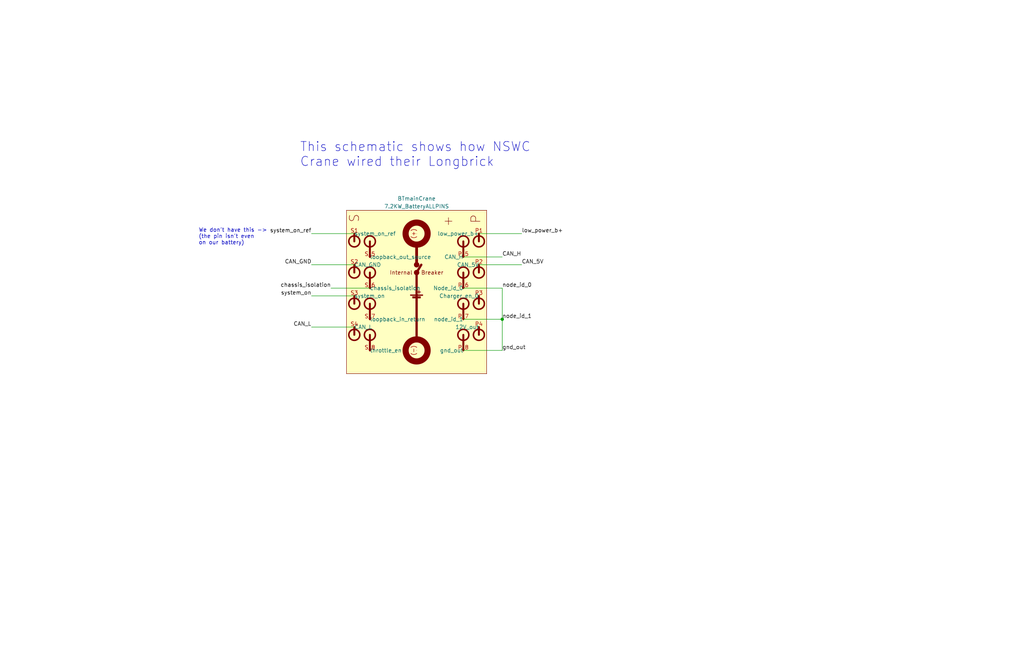
<source format=kicad_sch>
(kicad_sch (version 20211123) (generator eeschema)
  (paper "User" 334.01 216.002)
  (title_block (date "2023-05-03"))
  (lib_symbols
    (symbol "CamachosSymbols:7.2KW_BatteryALLPINS" (pin_names (offset 0.002))
      (property "Reference" "BT?" (at -2.54 27.94 0))
      (property "Value" "7.2KW_BatteryALLPINS" (at -10.16 30.48 0))
      (symbol "7.2KW_BatteryALLPINS_0_0"
        (text "+" (at 10.16 21.844 900) (effects (font (size 3 3))))
        (text "Internal   Breaker" (at 0 5.08 0) (effects (font (size 1.27 1.27))))
        (text "P" (at 19.304 22.606 900) (effects (font (size 3 3))))
        (text "S" (at -20.32 22.86 900) (effects (font (size 3 3))))
      )
      (symbol "7.2KW_BatteryALLPINS_0_1"
        (circle (center -20.32 -15.24) (radius 1.7961) (stroke (width 0.5)) (fill (type background)))
        (circle (center -20.32 -5.08) (radius 1.7961) (stroke (width 0.5)) (fill (type background)))
        (circle (center -20.32 5.08) (radius 1.7961) (stroke (width 0.5)) (fill (type background)))
        (circle (center -20.32 15.24) (radius 1.7961) (stroke (width 0.5)) (fill (type background)))
        (circle (center -15.24 -15.24) (radius 1.7961) (stroke (width 0.5)) (fill (type background)))
        (circle (center -15.24 -5.08) (radius 1.7961) (stroke (width 0.5)) (fill (type background)))
        (circle (center -15.24 5.08) (radius 1.7961) (stroke (width 0.5)) (fill (type background)))
        (circle (center -15.24 15.24) (radius 1.7961) (stroke (width 0.5)) (fill (type background)))
        (rectangle (start -2.032 -2.159) (end 2.032 -2.413) (fill (type outline)))
        (rectangle (start -1.3208 -2.7432) (end 1.27 -3.2512) (fill (type outline)))
        (circle (center 0 -20.32) (radius 3.5921) (stroke (width 2)) (fill (type background)))
        (polyline (pts (xy -20.32 -12.7) (xy -20.32 -15.24)) (stroke (width 0.635)))
        (polyline (pts (xy -20.32 -2.54) (xy -20.32 -5.08)) (stroke (width 0.635)))
        (polyline (pts (xy -20.32 7.62) (xy -20.32 5.08)) (stroke (width 0.635)))
        (polyline (pts (xy -20.32 17.78) (xy -20.32 15.24)) (stroke (width 0.635)))
        (polyline (pts (xy -15.24 -15.24) (xy -15.24 -20.32)) (stroke (width 0.635)))
        (polyline (pts (xy -15.24 -5.08) (xy -15.24 -10.16)) (stroke (width 0.635)))
        (polyline (pts (xy -15.24 5.08) (xy -15.24 0)) (stroke (width 0.635)))
        (polyline (pts (xy -15.24 15.24) (xy -15.24 10.16)) (stroke (width 0.635)))
        (polyline (pts (xy 0 -17.272) (xy 0 5.08)) (stroke (width 0.75)))
        (polyline (pts (xy 0 2.921) (xy 0 3.683)))
        (polyline (pts (xy 0 5.08) (xy 1.524 7.62)) (stroke (width 0.75)))
        (polyline (pts (xy 0 7.62) (xy 0 13.97)) (stroke (width 0.9024)))
        (polyline (pts (xy 0.254 -1.27) (xy 1.27 -1.27)) (stroke (width 0.254)))
        (polyline (pts (xy 0.762 -0.762) (xy 0.762 -1.778)) (stroke (width 0.254)))
        (polyline (pts (xy 15.24 -15.24) (xy 15.24 -20.32)) (stroke (width 0.635)))
        (polyline (pts (xy 15.24 -5.08) (xy 15.24 -10.16)) (stroke (width 0.635)))
        (polyline (pts (xy 15.24 5.08) (xy 15.24 0)) (stroke (width 0.635)))
        (polyline (pts (xy 15.24 15.24) (xy 15.24 10.16)) (stroke (width 0.635)))
        (polyline (pts (xy 20.32 -12.7) (xy 20.32 -15.24)) (stroke (width 0.635)))
        (polyline (pts (xy 20.32 -2.54) (xy 20.32 -5.08)) (stroke (width 0.635)))
        (polyline (pts (xy 20.32 7.62) (xy 20.32 5.08)) (stroke (width 0.635)))
        (polyline (pts (xy 20.32 17.78) (xy 20.32 15.24)) (stroke (width 0.635)))
        (circle (center 0 5.08) (radius 0.508) (stroke (width 0.75)))
        (circle (center 0 7.62) (radius 0.508) (stroke (width 0.75)))
        (circle (center 0 17.78) (radius 3.5921) (stroke (width 2)) (fill (type background)))
        (circle (center 15.24 -15.24) (radius 1.7961) (stroke (width 0.5)) (fill (type background)))
        (circle (center 15.24 -5.08) (radius 1.7961) (stroke (width 0.5)) (fill (type background)))
        (circle (center 15.24 5.08) (radius 1.7961) (stroke (width 0.5)) (fill (type background)))
        (circle (center 15.24 15.24) (radius 1.7961) (stroke (width 0.5)) (fill (type background)))
        (circle (center 20.32 -15.24) (radius 1.7961) (stroke (width 0.5)) (fill (type background)))
        (circle (center 20.32 -5.08) (radius 1.7961) (stroke (width 0.5)) (fill (type background)))
        (circle (center 20.32 5.08) (radius 1.7961) (stroke (width 0.5)) (fill (type background)))
        (circle (center 20.32 15.24) (radius 1.7961) (stroke (width 0.5)) (fill (type background)))
        (rectangle (start 22.86 -27.94) (end -22.86 25.4) (fill (type background)))
      )
      (symbol "7.2KW_BatteryALLPINS_1_1"
        (pin passive line (at 0 17.78 270) (length 0) (name "") (number "(+)"))
        (pin passive line (at 0 -20.32 90) (length 0) (name "") (number "(-)"))
        (pin input line (at 20.32 17.78 180) (length 0) (name "low_power_b+") (number "P1"))
        (pin input line (at 20.32 7.62 180) (length 0) (name "CAN_5V") (number "P2"))
        (pin input line (at 20.32 -2.54 180) (length 0) (name "Charger_en_0") (number "P3"))
        (pin input line (at 20.32 -12.7 180) (length 0) (name "12V_out") (number "P4"))
        (pin input line (at 15.24 10.16 180) (length 0) (name "CAN_H") (number "P_5"))
        (pin input line (at 15.24 0 180) (length 0) (name "Node_id_0") (number "P_6"))
        (pin input line (at 15.24 -10.16 180) (length 0) (name "node_id_1") (number "P_7"))
        (pin input line (at 15.24 -20.32 180) (length 0) (name "gnd_out") (number "P_8"))
        (pin input line (at -20.32 17.78 0) (length 0) (name "system_on_ref") (number "S1"))
        (pin input line (at -20.32 7.62 0) (length 0) (name "CAN_GND") (number "S2"))
        (pin input line (at -20.32 -2.54 0) (length 0) (name "system_on") (number "S3"))
        (pin input line (at -20.32 -12.7 0) (length 0) (name "CAN_L") (number "S4"))
        (pin input line (at -15.24 10.16 0) (length 0) (name "loopback_out_source") (number "S_5"))
        (pin input line (at -15.24 0 0) (length 0) (name "chassis_isolation") (number "S_6"))
        (pin input line (at -15.24 -10.16 0) (length 0) (name "loopback_in_return") (number "S_7"))
        (pin input line (at -15.24 -20.32 0) (length 0) (name "throttle_en") (number "S_8"))
      )
    )
  )
  (junction (at 163.83 104.14))
  (wire (pts (xy 156.21 86.36) (xy 170.18 86.36)))
  (wire (pts (xy 101.6 86.36) (xy 115.57 86.36)))
  (wire (pts (xy 163.83 93.98) (xy 163.83 104.14)))
  (wire (pts (xy 101.6 76.2) (xy 115.57 76.2)))
  (wire (pts (xy 151.13 83.82) (xy 163.83 83.82)))
  (wire (pts (xy 151.13 114.3) (xy 163.83 114.3)))
  (wire (pts (xy 151.13 93.98) (xy 163.83 93.98)))
  (wire (pts (xy 107.95 93.98) (xy 120.65 93.98)))
  (wire (pts (xy 101.6 106.68) (xy 115.57 106.68)))
  (wire (pts (xy 101.6 96.52) (xy 115.57 96.52)))
  (wire (pts (xy 151.13 104.14) (xy 163.83 104.14)))
  (wire (pts (xy 156.21 76.2) (xy 170.18 76.2)))
  (wire (pts (xy 163.83 114.3) (xy 163.83 104.14)))
  (text "This schematic shows how NSWC\nCrane wired their Longbrick" (at 97.79 54.61 0) (effects (font (size 3 3)) (justify left bottom)))
  (text "We don't have this ->\n(the pin isn't even\non our battery)" (at 64.77 80.01 0) (effects (font (size 1.27 1.27)) (justify left bottom)))
  (label "chassis_isolation" (at 107.95 93.98 180))
  (label "CAN_GND" (at 101.6 86.36 180))
  (label "CAN_L" (at 101.6 106.68 180))
  (label "gnd_out" (at 163.83 114.3 0))
  (label "CAN_5V" (at 170.18 86.36 0))
  (label "node_id_1" (at 163.83 104.14 0))
  (label "low_power_b+" (at 170.18 76.2 0))
  (label "system_on" (at 101.6 96.52 180))
  (label "system_on_ref" (at 101.6 76.2 180))
  (label "node_id_0" (at 163.83 93.98 0))
  (label "CAN_H" (at 163.83 83.82 0))
  (symbol (lib_id "CamachosSymbols:7.2KW_BatteryALLPINS") (at 135.89 93.98 0) (unit 1)
    (property "Reference" "BTmainCrane" (at 135.89 64.77 0))
    (property "Value" "7.2KW_BatteryALLPINS" (at 135.89 67.31 0))
  )
)
</source>
